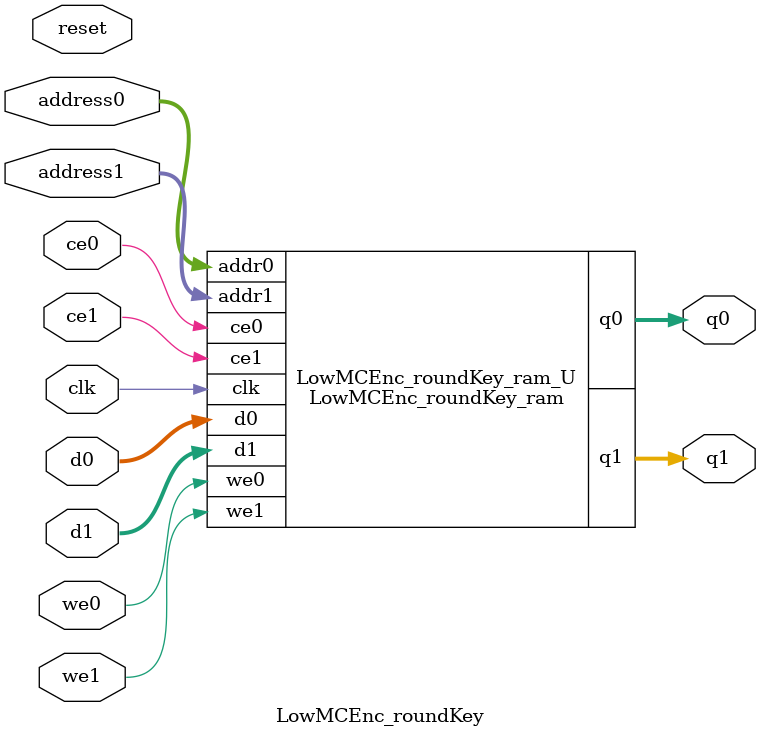
<source format=v>
`timescale 1 ns / 1 ps
module LowMCEnc_roundKey_ram (addr0, ce0, d0, we0, q0, addr1, ce1, d1, we1, q1,  clk);

parameter DWIDTH = 32;
parameter AWIDTH = 4;
parameter MEM_SIZE = 16;

input[AWIDTH-1:0] addr0;
input ce0;
input[DWIDTH-1:0] d0;
input we0;
output reg[DWIDTH-1:0] q0;
input[AWIDTH-1:0] addr1;
input ce1;
input[DWIDTH-1:0] d1;
input we1;
output reg[DWIDTH-1:0] q1;
input clk;

(* ram_style = "block" *)reg [DWIDTH-1:0] ram[0:MEM_SIZE-1];




always @(posedge clk)  
begin 
    if (ce0) begin
        if (we0) 
            ram[addr0] <= d0; 
        q0 <= ram[addr0];
    end
end


always @(posedge clk)  
begin 
    if (ce1) begin
        if (we1) 
            ram[addr1] <= d1; 
        q1 <= ram[addr1];
    end
end


endmodule

`timescale 1 ns / 1 ps
module LowMCEnc_roundKey(
    reset,
    clk,
    address0,
    ce0,
    we0,
    d0,
    q0,
    address1,
    ce1,
    we1,
    d1,
    q1);

parameter DataWidth = 32'd32;
parameter AddressRange = 32'd16;
parameter AddressWidth = 32'd4;
input reset;
input clk;
input[AddressWidth - 1:0] address0;
input ce0;
input we0;
input[DataWidth - 1:0] d0;
output[DataWidth - 1:0] q0;
input[AddressWidth - 1:0] address1;
input ce1;
input we1;
input[DataWidth - 1:0] d1;
output[DataWidth - 1:0] q1;



LowMCEnc_roundKey_ram LowMCEnc_roundKey_ram_U(
    .clk( clk ),
    .addr0( address0 ),
    .ce0( ce0 ),
    .we0( we0 ),
    .d0( d0 ),
    .q0( q0 ),
    .addr1( address1 ),
    .ce1( ce1 ),
    .we1( we1 ),
    .d1( d1 ),
    .q1( q1 ));

endmodule


</source>
